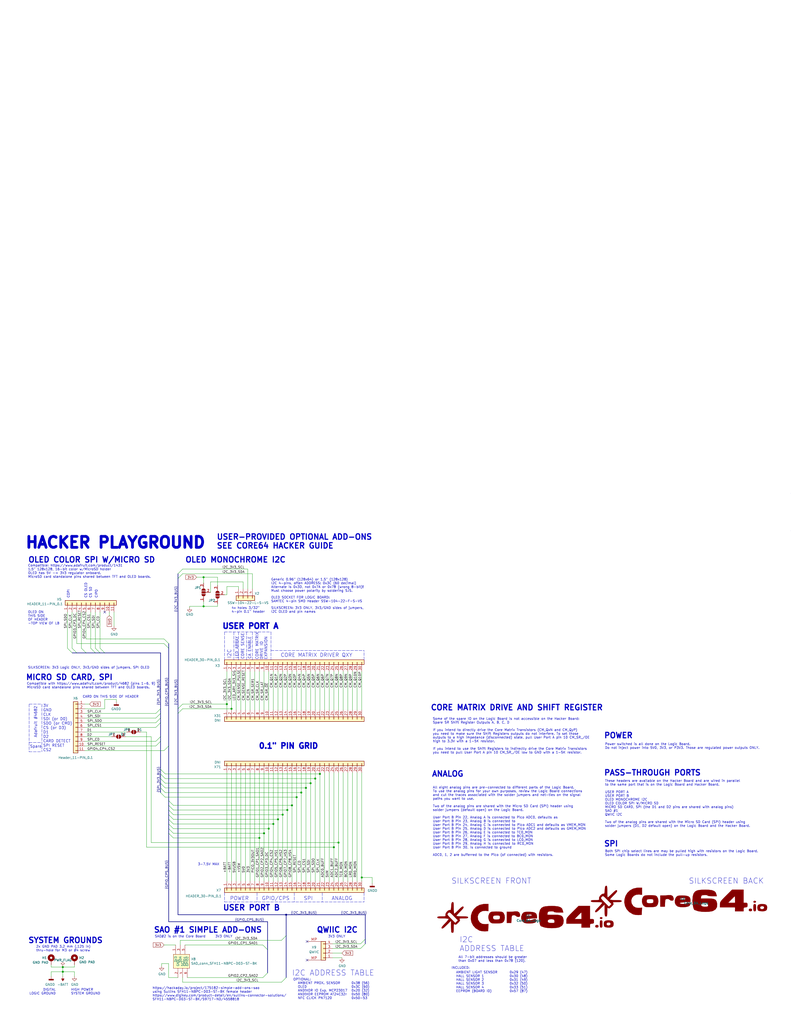
<source format=kicad_sch>
(kicad_sch (version 20211123) (generator eeschema)
  (paper "C" portrait)
  (title_block (title "Core64 Hacker Board (HB)") (date "2023-02-16") (rev "0.1") (company "Concept and design by Andy Geppert @ www.MachineIdeas.com") (comment 1 "Please read the Core64 User Guide for more details.") (comment 2 "Visit www.Core64.io for information on assembly and optional features.") (comment 3 "WIP") (comment 4 "All non-polarized capacitors are X7R or X5R ceramic unless otherwise noted."))
  (lib_symbols
    (symbol "CORE_64_LIBRARY:Connector_QWIIC_4x1_MP" (pin_names (offset 1.016) hide)
      (property "Reference" "J" (at 0 5.08 0))
      (property "Value" "Connector_QWIIC_4x1_MP" (at 0 -7.62 0))
      (symbol "Connector_QWIIC_4x1_MP_1_1"
        (pin passive line (at -5.08 2.54 0) (length 3.81) (name "Pin_1") (number "1"))
        (pin passive line (at -5.08 0 0) (length 3.81) (name "Pin_2") (number "2"))
        (pin passive line (at -5.08 -2.54 0) (length 3.81) (name "Pin_3") (number "3"))
        (pin passive line (at -5.08 -5.08 0) (length 3.81) (name "Pin_4") (number "4"))
        (pin free line (at 8.89 -6.35 180) (length 7.62) (name "MP") (number "MP"))
        (pin free line (at 8.89 3.81 180) (length 7.62) (name "MP") (number "MP"))
      )
    )
    (symbol "CORE_64_LIBRARY:LOGO" (pin_names (offset 1.016)))
    (symbol "CORE_64_LIBRARY:SAO_conn_SFH11-NBPC-D03-ST-BK-badgelife_shitty_addon_v169bis" (pin_names (offset 1.016))
      (property "Reference" "X2" (at 4.5466 -0.0762 0))
      (property "Value" "SAO_conn_SFH11-NBPC-D03-ST-BK-badgelife_shitty_addon_v169bis" (at 4.5466 -2.4384 0))
      (symbol "SAO_conn_SFH11-NBPC-D03-ST-BK-badgelife_shitty_addon_v169bis_1_1"
        (pin input line (at -3.81 7.62 270) (length 5.08) (name "3V3") (number "1"))
        (pin input line (at -2.54 -10.16 90) (length 5.08) (name "GND") (number "2"))
        (pin input line (at -1.27 7.62 270) (length 5.08) (name "SDA") (number "3"))
        (pin input line (at 0 -10.16 90) (length 5.08) (name "SCL") (number "4"))
        (pin input line (at 1.27 7.62 270) (length 5.08) (name "GPIO1") (number "5"))
        (pin input line (at 2.54 -10.16 90) (length 5.08) (name "GPIO2") (number "6"))
      )
    )
    (symbol "CORE_64_LIBRARY:SolderJumper_3_Open-Jumper" (pin_names (offset 0) hide)
      (property "Reference" "JP1" (at -1.27 2.54 90))
      (symbol "SolderJumper_3_Open-Jumper_1_1"
        (pin passive line (at -5.08 0 0) (length 2.54) (name "A") (number "1"))
        (pin input line (at 0 -3.81 90) (length 2.54) (name "C") (number "2"))
        (pin passive line (at 5.08 0 180) (length 2.54) (name "B") (number "3"))
      )
    )
    (symbol "Connector_Generic:Conn_01x04" (pin_names (offset 1.016) hide)
      (property "Reference" "J" (at 0 5.08 0))
      (property "Value" "Conn_01x04" (at 0 -7.62 0))
      (symbol "Conn_01x04_1_1"
        (pin passive line (at -5.08 2.54 0) (length 3.81) (name "Pin_1") (number "1"))
        (pin passive line (at -5.08 0 0) (length 3.81) (name "Pin_2") (number "2"))
        (pin passive line (at -5.08 -2.54 0) (length 3.81) (name "Pin_3") (number "3"))
        (pin passive line (at -5.08 -5.08 0) (length 3.81) (name "Pin_4") (number "4"))
      )
    )
    (symbol "Connector_Generic:Conn_01x11" (pin_names (offset 1.016) hide)
      (property "Reference" "J" (at 0 15.24 0))
      (property "Value" "Conn_01x11" (at 0 -15.24 0))
      (symbol "Conn_01x11_1_1"
        (pin passive line (at -5.08 12.7 0) (length 3.81) (name "Pin_1") (number "1"))
        (pin passive line (at -5.08 -10.16 0) (length 3.81) (name "Pin_10") (number "10"))
        (pin passive line (at -5.08 -12.7 0) (length 3.81) (name "Pin_11") (number "11"))
        (pin passive line (at -5.08 10.16 0) (length 3.81) (name "Pin_2") (number "2"))
        (pin passive line (at -5.08 7.62 0) (length 3.81) (name "Pin_3") (number "3"))
        (pin passive line (at -5.08 5.08 0) (length 3.81) (name "Pin_4") (number "4"))
        (pin passive line (at -5.08 2.54 0) (length 3.81) (name "Pin_5") (number "5"))
        (pin passive line (at -5.08 0 0) (length 3.81) (name "Pin_6") (number "6"))
        (pin passive line (at -5.08 -2.54 0) (length 3.81) (name "Pin_7") (number "7"))
        (pin passive line (at -5.08 -5.08 0) (length 3.81) (name "Pin_8") (number "8"))
        (pin passive line (at -5.08 -7.62 0) (length 3.81) (name "Pin_9") (number "9"))
      )
    )
    (symbol "Connector_Generic:Conn_01x30" (pin_names (offset 1.016) hide)
      (property "Reference" "J" (at 0 38.1 0))
      (property "Value" "Conn_01x30" (at 0 -40.64 0))
      (symbol "Conn_01x30_1_1"
        (pin passive line (at -5.08 35.56 0) (length 3.81) (name "Pin_1") (number "1"))
        (pin passive line (at -5.08 12.7 0) (length 3.81) (name "Pin_10") (number "10"))
        (pin passive line (at -5.08 10.16 0) (length 3.81) (name "Pin_11") (number "11"))
        (pin passive line (at -5.08 7.62 0) (length 3.81) (name "Pin_12") (number "12"))
        (pin passive line (at -5.08 5.08 0) (length 3.81) (name "Pin_13") (number "13"))
        (pin passive line (at -5.08 2.54 0) (length 3.81) (name "Pin_14") (number "14"))
        (pin passive line (at -5.08 0 0) (length 3.81) (name "Pin_15") (number "15"))
        (pin passive line (at -5.08 -2.54 0) (length 3.81) (name "Pin_16") (number "16"))
        (pin passive line (at -5.08 -5.08 0) (length 3.81) (name "Pin_17") (number "17"))
        (pin passive line (at -5.08 -7.62 0) (length 3.81) (name "Pin_18") (number "18"))
        (pin passive line (at -5.08 -10.16 0) (length 3.81) (name "Pin_19") (number "19"))
        (pin passive line (at -5.08 33.02 0) (length 3.81) (name "Pin_2") (number "2"))
        (pin passive line (at -5.08 -12.7 0) (length 3.81) (name "Pin_20") (number "20"))
        (pin passive line (at -5.08 -15.24 0) (length 3.81) (name "Pin_21") (number "21"))
        (pin passive line (at -5.08 -17.78 0) (length 3.81) (name "Pin_22") (number "22"))
        (pin passive line (at -5.08 -20.32 0) (length 3.81) (name "Pin_23") (number "23"))
        (pin passive line (at -5.08 -22.86 0) (length 3.81) (name "Pin_24") (number "24"))
        (pin passive line (at -5.08 -25.4 0) (length 3.81) (name "Pin_25") (number "25"))
        (pin passive line (at -5.08 -27.94 0) (length 3.81) (name "Pin_26") (number "26"))
        (pin passive line (at -5.08 -30.48 0) (length 3.81) (name "Pin_27") (number "27"))
        (pin passive line (at -5.08 -33.02 0) (length 3.81) (name "Pin_28") (number "28"))
        (pin passive line (at -5.08 -35.56 0) (length 3.81) (name "Pin_29") (number "29"))
        (pin passive line (at -5.08 30.48 0) (length 3.81) (name "Pin_3") (number "3"))
        (pin passive line (at -5.08 -38.1 0) (length 3.81) (name "Pin_30") (number "30"))
        (pin passive line (at -5.08 27.94 0) (length 3.81) (name "Pin_4") (number "4"))
        (pin passive line (at -5.08 25.4 0) (length 3.81) (name "Pin_5") (number "5"))
        (pin passive line (at -5.08 22.86 0) (length 3.81) (name "Pin_6") (number "6"))
        (pin passive line (at -5.08 20.32 0) (length 3.81) (name "Pin_7") (number "7"))
        (pin passive line (at -5.08 17.78 0) (length 3.81) (name "Pin_8") (number "8"))
        (pin passive line (at -5.08 15.24 0) (length 3.81) (name "Pin_9") (number "9"))
      )
    )
    (symbol "Jumper:SolderJumper_2_Open" (pin_names (offset 0) hide)
      (property "Reference" "JP" (at 0 2.032 0))
      (property "Value" "SolderJumper_2_Open" (at 0 -2.54 0))
      (symbol "SolderJumper_2_Open_1_1"
        (pin passive line (at -3.81 0 0) (length 2.54) (name "A") (number "1"))
        (pin passive line (at 3.81 0 180) (length 2.54) (name "B") (number "2"))
      )
    )
    (symbol "Mechanical:MountingHole_Pad" (pin_numbers hide) (pin_names (offset 1.016) hide)
      (property "Reference" "H" (at 0 6.35 0))
      (property "Value" "MountingHole_Pad" (at 0 4.445 0))
      (symbol "MountingHole_Pad_1_1"
        (pin input line (at 0 -2.54 90) (length 2.54) (name "1") (number "1"))
      )
    )
    (symbol "power:-BATT" (power) (pin_names (offset 0))
      (property "Value" "-BATT" (at 0 3.556 0))
      (symbol "-BATT_1_1"
        (pin power_in line (at 0 0 90) (length 0) hide (name "-BATT") (number "1"))
      )
    )
    (symbol "power:GND" (power) (pin_names (offset 0))
      (property "Value" "GND" (at 0 -3.81 0))
      (symbol "GND_1_1"
        (pin power_in line (at 0 0 270) (length 0) hide (name "GND") (number "1"))
      )
    )
    (symbol "power:GNDD" (power) (pin_names (offset 0))
      (property "Value" "GNDD" (at 0 -3.175 0))
      (symbol "GNDD_1_1"
        (pin power_in line (at 0 0 270) (length 0) hide (name "GNDD") (number "1"))
      )
    )
    (symbol "power:PWR_FLAG" (power) (pin_numbers hide) (pin_names (offset 0) hide)
      (property "Value" "PWR_FLAG" (at 0 3.81 0))
      (symbol "PWR_FLAG_0_0"
        (pin power_out line (at 0 0 90) (length 0) (name "pwr") (number "1"))
      )
    )
  )
  (bus_alias "CM_TRANSISTOR_DRIVE_BUS" (members "CM_Q1N" "CM_Q1P" "CM_Q2N" "CM_Q2P" "CM_Q3N" "CM_Q3P" "CM_Q4N" "CM_Q4P" "CM_Q5N" "CM_Q5P" "CM_Q6N" "CM_Q6P" "CM_Q7N" "CM_Q7P" "CM_Q8N" "CM_Q8P" "CM_Q9N" "CM_Q9P" "CM_Q10N" "CM_Q10P" "CA_SR_GPO_A" "CA_SR_GPO_B" "CA_SR_GPO_C" "CA_SR_GPO_D"))
  (bus_alias "SPI_3V3_BUS" (members "SPI_CD" "SPI_RESET" "SPI_SDI" "SPI_CS1" "SPI_CLK" "SPI_SDO"))
  (bus_alias "GPIO_CPS_BUS" (members "GPIO1_CP1_SAO1" "GPIO2_CP2_SAO2" "GPIO3_CP3_DC" "GPIO4_CP4_CS2" "GPIO5_CP5_HS1" "GPIO6_CP6_HS2" "GPIO7_CP7_HS3" "GPIO8_CP8_HS4"))
  (bus_alias "I2C_3V3_BUS" (members "I2C_3V3_SCL" "I2C_3V3_SDA"))
  (bus_alias "CA_SHIFT_REGISTER_BUS" (members "CM_SR_CLK" "CM_SR_LAT" "CM_SR_~{OE}" "CM_SR_SER1"))
  (junction (at 156.21 499.11))
  (junction (at 111.125 330.835))
  (junction (at 151.765 447.04))
  (junction (at 182.245 462.28))
  (junction (at 197.485 478.79))
  (junction (at 167.005 429.895))
  (junction (at 159.385 439.42))
  (junction (at 34.29 527.685))
  (junction (at 184.785 459.74))
  (junction (at 144.145 454.66))
  (junction (at 34.29 530.225))
  (junction (at 141.605 457.2))
  (junction (at 111.125 314.96))
  (junction (at 164.465 432.435))
  (junction (at 169.545 427.355))
  (junction (at 172.085 424.815))
  (junction (at 123.825 384.175))
  (junction (at 149.225 449.58))
  (junction (at 154.305 444.5))
  (junction (at 126.365 386.715))
  (junction (at 146.685 452.12))
  (junction (at 156.845 441.96))
  (junction (at 174.625 422.275))
  (junction (at 161.925 434.975))
  (no_connect (at 167.64 523.875))
  (no_connect (at 167.64 513.715))
  (no_connect (at 57.15 334.01))
  (bus_entry (at 94.615 444.5) (size -2.54 -2.54))
  (bus_entry (at 85.09 391.795) (size 2.54 -2.54))
  (bus_entry (at 85.09 394.335) (size 2.54 -2.54))
  (bus_entry (at 85.09 396.875) (size 2.54 -2.54))
  (bus_entry (at 85.09 407.035) (size 2.54 -2.54))
  (bus_entry (at 85.09 389.255) (size 2.54 -2.54))
  (bus_entry (at 90.17 427.355) (size -2.54 -2.54))
  (bus_entry (at 90.17 424.815) (size -2.54 -2.54))
  (bus_entry (at 90.17 434.975) (size -2.54 -2.54))
  (bus_entry (at 90.17 432.435) (size -2.54 -2.54))
  (bus_entry (at 90.17 429.895) (size -2.54 -2.54))
  (bus_entry (at 90.17 422.275) (size -2.54 -2.54))
  (bus_entry (at 49.53 353.695) (size 2.54 2.54))
  (bus_entry (at 39.37 353.695) (size 2.54 2.54))
  (bus_entry (at 99.695 310.515) (size -2.54 2.54))
  (bus_entry (at 99.695 313.055) (size -2.54 2.54))
  (bus_entry (at 153.67 513.08) (size 2.54 -2.54))
  (bus_entry (at 94.615 457.2) (size -2.54 -2.54))
  (bus_entry (at 196.85 514.985) (size 2.54 -2.54))
  (bus_entry (at 196.85 517.525) (size 2.54 -2.54))
  (bus_entry (at 146.05 518.16) (size -2.54 -2.54))
  (bus_entry (at 143.51 533.4) (size 2.54 -2.54))
  (bus_entry (at 44.45 353.695) (size 2.54 2.54))
  (bus_entry (at 94.615 449.58) (size -2.54 -2.54))
  (bus_entry (at 99.695 386.715) (size -2.54 2.54))
  (bus_entry (at 99.695 384.175) (size -2.54 2.54))
  (bus_entry (at 94.615 452.12) (size -2.54 -2.54))
  (bus_entry (at 94.615 441.96) (size -2.54 -2.54))
  (bus_entry (at 153.67 535.94) (size 2.54 -2.54))
  (bus_entry (at 94.615 447.04) (size -2.54 -2.54))
  (bus_entry (at 92.075 407.035) (size -2.54 2.54))
  (bus_entry (at 94.615 454.66) (size -2.54 -2.54))
  (bus_entry (at 36.83 353.695) (size 2.54 2.54))
  (bus_entry (at 52.07 353.695) (size 2.54 2.54))
  (bus_entry (at 89.535 348.615) (size 2.54 2.54))
  (bus_entry (at 89.535 351.155) (size 2.54 2.54))
  (bus_entry (at 54.61 353.695) (size 2.54 2.54))
  (bus_entry (at 94.615 439.42) (size -2.54 -2.54))
  (bus_entry (at 85.09 404.495) (size 2.54 -2.54))
  (polyline (pts (xy 175.895 487.045) (xy 175.895 492.125)))
  (wire (pts (xy 40.64 527.685) (xy 40.64 526.415)))
  (polyline (pts (xy 22.86 384.175) (xy 22.86 410.21)))
  (wire (pts (xy 144.145 454.66) (xy 144.145 480.695)))
  (bus (pts (xy 39.37 356.235) (xy 41.91 356.235)))
  (wire (pts (xy 181.61 522.605) (xy 186.69 522.605)))
  (wire (pts (xy 27.94 530.225) (xy 34.29 530.225)))
  (wire (pts (xy 114.935 323.215) (xy 114.935 317.5)))
  (wire (pts (xy 154.305 421.64) (xy 154.305 444.5)))
  (wire (pts (xy 197.485 366.395) (xy 197.485 387.35)))
  (wire (pts (xy 128.905 421.64) (xy 128.905 480.695)))
  (wire (pts (xy 159.385 439.42) (xy 159.385 480.695)))
  (bus (pts (xy 97.155 389.255) (xy 97.155 499.11)))
  (wire (pts (xy 137.795 321.31) (xy 137.795 313.055)))
  (polyline (pts (xy 130.175 344.805) (xy 130.175 360.045)))
  (wire (pts (xy 90.17 434.975) (xy 161.925 434.975)))
  (wire (pts (xy 94.615 452.12) (xy 146.685 452.12)))
  (wire (pts (xy 156.845 421.64) (xy 156.845 441.96)))
  (polyline (pts (xy 160.655 487.045) (xy 160.655 492.125)))
  (wire (pts (xy 184.785 387.35) (xy 184.785 366.395)))
  (wire (pts (xy 156.845 441.96) (xy 156.845 480.695)))
  (bus (pts (xy 156.21 499.11) (xy 199.39 499.11)))
  (bus (pts (xy 41.91 356.235) (xy 46.99 356.235)))
  (wire (pts (xy 34.29 527.685) (xy 40.64 527.685)))
  (wire (pts (xy 181.61 514.985) (xy 196.85 514.985)))
  (wire (pts (xy 59.69 335.915) (xy 59.69 334.01)))
  (wire (pts (xy 161.925 434.975) (xy 161.925 480.695)))
  (wire (pts (xy 100.965 515.62) (xy 143.51 515.62)))
  (wire (pts (xy 40.64 532.765) (xy 40.64 530.225)))
  (polyline (pts (xy 140.335 487.045) (xy 140.335 492.125)))
  (wire (pts (xy 94.615 447.04) (xy 151.765 447.04)))
  (wire (pts (xy 80.01 462.28) (xy 182.245 462.28)))
  (wire (pts (xy 52.07 353.695) (xy 52.07 334.01)))
  (wire (pts (xy 194.945 387.35) (xy 194.945 366.395)))
  (wire (pts (xy 80.01 399.415) (xy 80.01 462.28)))
  (wire (pts (xy 94.615 457.2) (xy 141.605 457.2)))
  (wire (pts (xy 39.37 353.695) (xy 39.37 334.01)))
  (polyline (pts (xy 583.565 289.56) (xy 1015.365 289.56)))
  (bus (pts (xy 87.63 427.355) (xy 87.63 429.895)))
  (wire (pts (xy 34.29 530.225) (xy 40.64 530.225)))
  (wire (pts (xy 62.23 341.63) (xy 62.23 334.01)))
  (bus (pts (xy 92.075 447.04) (xy 92.075 444.5)))
  (polyline (pts (xy 799.465 279.4) (xy 799.465 558.8)))
  (bus (pts (xy 156.21 499.11) (xy 97.155 499.11)))
  (bus (pts (xy 87.63 389.255) (xy 87.63 391.795)))
  (bus (pts (xy 92.075 439.42) (xy 92.075 441.96)))
  (wire (pts (xy 132.715 317.5) (xy 132.715 321.31)))
  (wire (pts (xy 34.29 527.685) (xy 27.94 527.685)))
  (wire (pts (xy 169.545 366.395) (xy 169.545 387.35)))
  (wire (pts (xy 151.765 421.64) (xy 151.765 447.04)))
  (wire (pts (xy 146.685 452.12) (xy 146.685 480.695)))
  (wire (pts (xy 94.615 441.96) (xy 156.845 441.96)))
  (wire (pts (xy 44.45 353.695) (xy 44.45 334.01)))
  (wire (pts (xy 46.355 404.495) (xy 85.09 404.495)))
  (bus (pts (xy 92.075 454.66) (xy 92.075 502.92)))
  (wire (pts (xy 159.385 366.395) (xy 159.385 387.35)))
  (polyline (pts (xy 147.955 354.965) (xy 198.755 354.965)))
  (wire (pts (xy 90.17 429.895) (xy 167.005 429.895)))
  (polyline (pts (xy 583.565 269.24) (xy 1015.365 269.24)))
  (polyline (pts (xy 147.955 344.805) (xy 147.955 360.045)))
  (wire (pts (xy 182.245 462.28) (xy 182.245 480.695)))
  (wire (pts (xy 103.505 331.47) (xy 103.505 330.835)))
  (wire (pts (xy 46.99 348.615) (xy 89.535 348.615)))
  (wire (pts (xy 164.465 366.395) (xy 164.465 387.35)))
  (wire (pts (xy 151.765 447.04) (xy 151.765 480.695)))
  (bus (pts (xy 87.63 422.275) (xy 87.63 424.815)))
  (wire (pts (xy 85.09 389.255) (xy 46.355 389.255)))
  (bus (pts (xy 92.075 454.66) (xy 92.075 452.12)))
  (wire (pts (xy 94.615 444.5) (xy 154.305 444.5)))
  (wire (pts (xy 167.005 429.895) (xy 167.005 480.695)))
  (wire (pts (xy 135.255 310.515) (xy 135.255 321.31)))
  (wire (pts (xy 203.2 478.79) (xy 203.2 481.965)))
  (bus (pts (xy 46.99 356.235) (xy 52.07 356.235)))
  (wire (pts (xy 154.305 366.395) (xy 154.305 387.35)))
  (wire (pts (xy 90.17 427.355) (xy 169.545 427.355)))
  (wire (pts (xy 159.385 421.64) (xy 159.385 439.42)))
  (wire (pts (xy 172.085 424.815) (xy 172.085 480.695)))
  (wire (pts (xy 167.005 421.64) (xy 167.005 429.895)))
  (wire (pts (xy 161.925 421.64) (xy 161.925 434.975)))
  (bus (pts (xy 87.63 404.495) (xy 87.63 419.735)))
  (wire (pts (xy 63.5 381.635) (xy 57.15 381.635)))
  (wire (pts (xy 57.15 381.635) (xy 57.15 386.715)))
  (wire (pts (xy 76.835 399.415) (xy 80.01 399.415)))
  (wire (pts (xy 136.525 421.64) (xy 136.525 480.695)))
  (wire (pts (xy 194.945 421.64) (xy 194.945 480.695)))
  (wire (pts (xy 174.625 421.64) (xy 174.625 422.275)))
  (bus (pts (xy 54.61 356.235) (xy 57.15 356.235)))
  (wire (pts (xy 41.91 334.01) (xy 41.91 351.155)))
  (wire (pts (xy 164.465 432.435) (xy 164.465 480.695)))
  (wire (pts (xy 133.985 387.35) (xy 133.985 366.395)))
  (polyline (pts (xy 799.465 0) (xy 799.465 279.4)))
  (wire (pts (xy 177.165 387.35) (xy 177.165 366.395)))
  (wire (pts (xy 130.175 320.04) (xy 130.175 321.31)))
  (wire (pts (xy 46.355 401.955) (xy 60.96 401.955)))
  (wire (pts (xy 34.29 530.225) (xy 34.29 532.765)))
  (wire (pts (xy 99.695 535.94) (xy 99.695 533.4)))
  (wire (pts (xy 149.225 366.395) (xy 149.225 387.35)))
  (wire (pts (xy 181.61 520.065) (xy 186.69 520.065)))
  (polyline (pts (xy 789.305 279.4) (xy 789.305 558.8)))
  (wire (pts (xy 27.94 526.415) (xy 27.94 527.685)))
  (bus (pts (xy 199.39 512.445) (xy 199.39 514.985)))
  (wire (pts (xy 184.785 459.74) (xy 184.785 480.695)))
  (wire (pts (xy 90.17 432.435) (xy 164.465 432.435)))
  (wire (pts (xy 111.125 314.96) (xy 118.745 314.96)))
  (wire (pts (xy 123.825 421.64) (xy 123.825 480.695)))
  (bus (pts (xy 92.075 436.88) (xy 92.075 439.42)))
  (wire (pts (xy 187.325 387.35) (xy 187.325 366.395)))
  (wire (pts (xy 54.61 334.01) (xy 54.61 353.695)))
  (wire (pts (xy 92.075 533.4) (xy 97.155 533.4)))
  (wire (pts (xy 156.845 366.395) (xy 156.845 387.35)))
  (bus (pts (xy 92.075 351.155) (xy 92.075 353.695)))
  (wire (pts (xy 146.685 366.395) (xy 146.685 387.35)))
  (wire (pts (xy 189.865 421.64) (xy 189.865 480.695)))
  (polyline (pts (xy 799.465 279.4) (xy 583.565 279.4)))
  (wire (pts (xy 136.525 366.395) (xy 136.525 387.35)))
  (polyline (pts (xy 22.225 384.175) (xy 15.875 384.175)))
  (wire (pts (xy 139.065 421.64) (xy 139.065 480.695)))
  (wire (pts (xy 99.695 384.175) (xy 123.825 384.175)))
  (bus (pts (xy 92.075 449.58) (xy 92.075 447.04)))
  (bus (pts (xy 87.63 391.795) (xy 87.63 394.335)))
  (wire (pts (xy 187.325 421.64) (xy 187.325 480.695)))
  (wire (pts (xy 88.265 527.05) (xy 88.265 525.78)))
  (wire (pts (xy 57.15 386.715) (xy 46.355 386.715)))
  (wire (pts (xy 192.405 421.64) (xy 192.405 480.695)))
  (wire (pts (xy 94.615 449.58) (xy 149.225 449.58)))
  (bus (pts (xy 92.075 452.12) (xy 92.075 449.58)))
  (polyline (pts (xy 15.875 410.21) (xy 22.225 410.21)))
  (wire (pts (xy 169.545 427.355) (xy 169.545 480.695)))
  (wire (pts (xy 99.695 535.94) (xy 153.67 535.94)))
  (wire (pts (xy 41.91 351.155) (xy 89.535 351.155)))
  (bus (pts (xy 97.155 313.055) (xy 97.155 315.595)))
  (wire (pts (xy 123.825 366.395) (xy 123.825 384.175)))
  (wire (pts (xy 103.505 330.835) (xy 111.125 330.835)))
  (wire (pts (xy 141.605 457.2) (xy 141.605 480.695)))
  (wire (pts (xy 177.165 421.64) (xy 177.165 480.695)))
  (wire (pts (xy 181.61 517.525) (xy 196.85 517.525)))
  (bus (pts (xy 87.63 424.815) (xy 87.63 427.355)))
  (wire (pts (xy 133.985 421.64) (xy 133.985 480.695)))
  (wire (pts (xy 184.785 421.64) (xy 184.785 459.74)))
  (wire (pts (xy 167.005 366.395) (xy 167.005 387.35)))
  (wire (pts (xy 88.265 525.78) (xy 92.075 525.78)))
  (wire (pts (xy 192.405 387.35) (xy 192.405 366.395)))
  (wire (pts (xy 197.485 478.79) (xy 203.2 478.79)))
  (wire (pts (xy 172.085 366.395) (xy 172.085 387.35)))
  (wire (pts (xy 85.09 391.795) (xy 46.355 391.795)))
  (wire (pts (xy 182.245 421.64) (xy 182.245 462.28)))
  (wire (pts (xy 184.785 459.74) (xy 82.55 459.74)))
  (wire (pts (xy 182.245 387.35) (xy 182.245 366.395)))
  (wire (pts (xy 131.445 366.395) (xy 131.445 387.35)))
  (wire (pts (xy 46.355 409.575) (xy 89.535 409.575)))
  (wire (pts (xy 123.825 320.04) (xy 130.175 320.04)))
  (wire (pts (xy 197.485 421.64) (xy 197.485 478.79)))
  (bus (pts (xy 87.63 386.715) (xy 87.63 389.255)))
  (wire (pts (xy 118.745 314.96) (xy 118.745 319.405)))
  (wire (pts (xy 122.555 324.485) (xy 123.825 324.485)))
  (wire (pts (xy 137.795 313.055) (xy 99.695 313.055)))
  (wire (pts (xy 85.09 396.875) (xy 46.355 396.875)))
  (wire (pts (xy 154.305 444.5) (xy 154.305 480.695)))
  (bus (pts (xy 87.63 394.335) (xy 87.63 401.955)))
  (wire (pts (xy 131.445 421.64) (xy 131.445 480.695)))
  (polyline (pts (xy 127.635 344.805) (xy 127.635 360.045)))
  (bus (pts (xy 87.63 429.895) (xy 87.63 432.435)))
  (bus (pts (xy 87.63 419.735) (xy 87.63 422.275)))
  (polyline (pts (xy 809.625 279.4) (xy 809.625 558.8)))
  (wire (pts (xy 189.865 387.35) (xy 189.865 366.395)))
  (wire (pts (xy 99.695 386.715) (xy 126.365 386.715)))
  (polyline (pts (xy 122.555 492.125) (xy 198.755 492.125)))
  (wire (pts (xy 174.625 422.275) (xy 174.625 480.695)))
  (wire (pts (xy 82.55 459.74) (xy 82.55 401.955)))
  (wire (pts (xy 111.125 330.835) (xy 118.745 330.835)))
  (bus (pts (xy 97.155 315.595) (xy 97.155 386.715)))
  (bus (pts (xy 92.075 502.92) (xy 146.05 502.92)))
  (wire (pts (xy 179.705 387.35) (xy 179.705 366.395)))
  (bus (pts (xy 156.21 499.11) (xy 156.21 510.54)))
  (polyline (pts (xy 789.305 0) (xy 789.305 279.4)))
  (wire (pts (xy 149.225 449.58) (xy 149.225 480.695)))
  (wire (pts (xy 94.615 454.66) (xy 144.145 454.66)))
  (polyline (pts (xy 15.875 405.13) (xy 15.875 410.21)))
  (polyline (pts (xy 198.755 487.045) (xy 198.755 492.125)))
  (polyline (pts (xy 431.8 289.56) (xy 584.2 289.56)))
  (wire (pts (xy 123.825 384.175) (xy 123.825 387.35)))
  (bus (pts (xy 87.63 356.235) (xy 87.63 386.715)))
  (polyline (pts (xy 137.795 344.805) (xy 137.795 360.045)))
  (wire (pts (xy 118.745 330.835) (xy 118.745 329.565)))
  (polyline (pts (xy 122.555 344.805) (xy 147.955 344.805)))
  (wire (pts (xy 151.765 366.395) (xy 151.765 387.35)))
  (wire (pts (xy 111.125 314.96) (xy 111.125 318.135)))
  (wire (pts (xy 111.125 314.96) (xy 107.315 314.96)))
  (bus (pts (xy 199.39 499.11) (xy 199.39 512.445)))
  (wire (pts (xy 144.145 366.395) (xy 144.145 387.35)))
  (wire (pts (xy 111.125 328.295) (xy 111.125 330.835)))
  (wire (pts (xy 128.905 366.395) (xy 128.905 387.35)))
  (wire (pts (xy 172.085 421.64) (xy 172.085 424.815)))
  (wire (pts (xy 34.29 527.685) (xy 34.29 530.225)))
  (polyline (pts (xy 134.62 344.805) (xy 134.62 360.045)))
  (polyline (pts (xy 431.8 269.24) (xy 584.2 269.24)))
  (wire (pts (xy 49.53 334.01) (xy 49.53 353.695)))
  (wire (pts (xy 98.425 513.08) (xy 98.425 515.62)))
  (bus (pts (xy 92.075 444.5) (xy 92.075 441.96)))
  (wire (pts (xy 141.605 366.395) (xy 141.605 387.35)))
  (polyline (pts (xy 198.755 360.045) (xy 198.755 354.965)))
  (wire (pts (xy 144.145 421.64) (xy 144.145 454.66)))
  (wire (pts (xy 92.075 525.78) (xy 92.075 533.4)))
  (wire (pts (xy 141.605 421.64) (xy 141.605 457.2)))
  (bus (pts (xy 52.07 356.235) (xy 54.61 356.235)))
  (bus (pts (xy 87.63 401.955) (xy 87.63 404.495)))
  (polyline (pts (xy 122.555 487.045) (xy 122.555 492.125)))
  (wire (pts (xy 126.365 366.395) (xy 126.365 386.715)))
  (wire (pts (xy 27.94 530.225) (xy 27.94 532.765)))
  (wire (pts (xy 126.365 421.64) (xy 126.365 480.695)))
  (wire (pts (xy 90.17 422.275) (xy 174.625 422.275)))
  (wire (pts (xy 197.485 478.79) (xy 197.485 480.695)))
  (wire (pts (xy 135.255 310.515) (xy 99.695 310.515)))
  (wire (pts (xy 123.825 324.485) (xy 123.825 320.04)))
  (wire (pts (xy 146.685 421.64) (xy 146.685 452.12)))
  (bus (pts (xy 92.075 353.695) (xy 92.075 407.035)))
  (wire (pts (xy 98.425 513.08) (xy 153.67 513.08)))
  (wire (pts (xy 174.625 387.35) (xy 174.625 366.395)))
  (wire (pts (xy 179.705 421.64) (xy 179.705 480.695)))
  (wire (pts (xy 89.535 515.62) (xy 95.885 515.62)))
  (wire (pts (xy 36.83 353.695) (xy 36.83 334.01)))
  (polyline (pts (xy 122.555 344.805) (xy 122.555 360.045)))
  (wire (pts (xy 46.99 334.01) (xy 46.99 348.615)))
  (wire (pts (xy 164.465 421.64) (xy 164.465 432.435)))
  (wire (pts (xy 68.58 401.955) (xy 82.55 401.955)))
  (bus (pts (xy 97.155 386.715) (xy 97.155 389.255)))
  (wire (pts (xy 149.225 421.64) (xy 149.225 449.58)))
  (wire (pts (xy 139.065 366.395) (xy 139.065 387.35)))
  (bus (pts (xy 92.075 407.035) (xy 92.075 436.88)))
  (wire (pts (xy 161.925 366.395) (xy 161.925 387.35)))
  (bus (pts (xy 146.05 518.16) (xy 146.05 502.92)))
  (polyline (pts (xy 809.625 0) (xy 809.625 279.4)))
  (polyline (pts (xy 15.875 384.175) (xy 15.875 405.13)))
  (wire (pts (xy 169.545 421.64) (xy 169.545 427.355)))
  (wire (pts (xy 90.17 424.815) (xy 172.085 424.815)))
  (wire (pts (xy 94.615 439.42) (xy 159.385 439.42)))
  (polyline (pts (xy 799.211 279.4) (xy 1015.365 279.4)))
  (wire (pts (xy 102.235 533.4) (xy 143.51 533.4)))
  (wire (pts (xy 114.935 317.5) (xy 132.715 317.5)))
  (wire (pts (xy 63.5 382.905) (xy 63.5 381.635)))
  (bus (pts (xy 57.15 356.235) (xy 87.63 356.235)))
  (wire (pts (xy 85.09 394.335) (xy 46.355 394.335)))
  (wire (pts (xy 46.355 384.175) (xy 48.895 384.175)))
  (bus (pts (xy 156.21 510.54) (xy 156.21 533.4)))
  (wire (pts (xy 85.09 407.035) (xy 46.355 407.035)))
  (wire (pts (xy 46.355 399.415) (xy 69.215 399.415)))
  (wire (pts (xy 126.365 386.715) (xy 126.365 387.35)))
  (bus (pts (xy 146.05 530.86) (xy 146.05 518.16)))
  (polyline (pts (xy 15.875 405.13) (xy 22.225 405.13)))
  (text "SILKSCREEN FRONT" (at 246.38 482.6 0) (effects (font (size 2.9972 2.9972)) (justify left bottom)))
  (text "AMBIENT PROX. SENSOR\nOLED\nAND!XOR IO Exp. MCP23017\nAND!XOR EEPROM AT24C32r\nNFC CLICK PN7120\n" (at 162.56 545.465 0) (effects (font (size 1.27 1.27)) (justify left bottom)))
  (text "SPI" (at 329.565 462.28 0) (effects (font (size 3 3) (thickness 0.6) bold) (justify left bottom)))
  (text "USER PORT A" (at 152.4 343.535 180) (effects (font (size 3 3) (thickness 0.7976) bold) (justify right bottom)))
  (text "https://hackaday.io/project/175182-simple-add-ons-sao\nusing Sullins SFH11-NBPC-D03-ST-BK female header\nhttps://www.digikey.com/product-detail/en/sullins-connector-solutions/\nSFH11-NBPC-D03-ST-BK/S9717-ND/4558818" (at 83.185 546.1 0) (effects (font (size 1.27 1.27)) (justify left bottom)))
  (text "SAO #1 SIMPLE ADD-ONS" (at 83.82 509.27 0) (effects (font (size 3 3) (thickness 0.6) bold) (justify left bottom)))
  (text "COPI" (at 38.1 326.39 90) (effects (font (size 1.27 1.27)) (justify left bottom)))
  (text "Both SPI chip select lines are may be pulled high with resistors on the Logic Board.\nSome Logic Boards do not include the pull-up resistors." (at 330.2 467.36 0) (effects (font (size 1.27 1.27)) (justify left bottom)))
  (text "0x29 (47)\n0x30 (48)\n0x31 (49)\n0x32 (50)\n0x33 (51)\n0x57 (87)" (at 278.13 541.655 0) (effects (font (size 1.27 1.27)) (justify left bottom)))
  (text "These headers are available on the Hacker Board and are wired in parallel\nto the same port that is on the Logic Board and Hacker Board.\n\nUSER PORT A\nUSER PORT B\nOLED MONOCHROME I2C\nOLED COLOR SPI W/MICRO SD\nMICRO SD CARD, SPI (the D1 and D2 pins are shared with analog pins)\nSAO #1\nQWIIC I2C\n\nTwo of the analog pins are shared with the Micro SD Card (SPI) header using\nsolder jumpers (D1, D2 default open) on the Logic Board and the Hacker Board. " (at 330.2 451.485 0) (effects (font (size 1.27 1.27)) (justify left bottom)))
  (text "POWER" (at 135.89 491.49 180) (effects (font (size 2 2)) (justify right bottom)))
  (text "ANALOG" (at 235.585 424.18 0) (effects (font (size 3 3) (thickness 0.6) bold) (justify left bottom)))
  (text "POWER" (at 329.565 403.225 0) (effects (font (size 3 3) (thickness 0.6) bold) (justify left bottom)))
  (text "ANALOG" (at 192.405 491.49 180) (effects (font (size 2 2)) (justify right bottom)))
  (text "OLED COLOR SPI W/MICRO SD" (at 15.24 307.34 0) (effects (font (size 3 3) (thickness 0.6) bold) (justify left bottom)))
  (text "Adafruit #4682" (at 20.32 402.59 90) (effects (font (size 1.4986 1.4986)) (justify left bottom)))
  (text "SILKSCREEN: 3V3 Logic ONLY, 3V3/GND sides of jumpers, SPI OLED" (at 15.24 365.125 0) (effects (font (size 1.27 1.27)) (justify left bottom)))
  (text "Compatible with https://www.adafruit.com/product/4682 (pins 1-6, 9)\nMicroSD card standalone pins shared between TFT and OLED boards." (at 14.605 375.92 0) (effects (font (size 1.27 1.27)) (justify left bottom)))
  (text "AMBIENT LIGHT SENSOR\nHALL SENSOR 1\nHALL SENSOR 2\nHALL SENSOR 3\nHALL SENSOR 4\nEEPROM (BOARD ID)" (at 248.92 541.655 0) (effects (font (size 1.27 1.27)) (justify left bottom)))
  (text "CS OLED" (at 47.625 326.39 90) (effects (font (size 1.27 1.27)) (justify left bottom)))
  (text "CIPO" (at 53.34 326.39 90) (effects (font (size 1.27 1.27)) (justify left bottom)))
  (text "Compatible: https://www.adafruit.com/product/1431\n1.5” 128x128, 16-bit color w/MicroSD holder\nOLED has 5V -> 3V3 regulator onboard.\nMicroSD card standalone pins shared between TFT and OLED boards." (at 15.24 315.595 0) (effects (font (size 1.27 1.27)) (justify left bottom)))
  (text "HACKER PLAYGROUND" (at 13.335 299.72 0) (effects (font (size 6 6) (thickness 1.6) bold) (justify left bottom)))
  (text "3-7.5V MAX" (at 107.95 472.44 0) (effects (font (size 1.27 1.27)) (justify left bottom)))
  (text "SILKSCREEN: 3V3 ONLY, 3V3/GND sides of jumpers,\nI2C OLED and pin names" (at 147.955 334.645 0) (effects (font (size 1.27 1.27)) (justify left bottom)))
  (text "CORE MATRIX DRIVER QXY" (at 192.405 358.775 180) (effects (font (size 2 2)) (justify right bottom)))
  (text "I2C \nADDRESS TABLE" (at 250.825 519.43 0) (effects (font (size 2.9972 2.9972)) (justify left bottom)))
  (text "OLED ON\nTHIS SIDE\nOF HEADER\n-TOP VIEW OF LB" (at 15.24 340.995 0) (effects (font (size 1.27 1.27)) (justify left bottom)))
  (text "2x GND PAD 3.2 mm (.125 in) \nthru-hole for M3 or #4 screw" (at 19.685 519.43 0) (effects (font (size 1.27 1.27)) (justify left bottom)))
  (text "Generic 0.96” (128x64) or 1.5” (128x128)\nI2C 4-pins, often ADDRESS: 0x3C (60 decimal)\nAlternate is 0x3D, not 0x7A or 0x78 (wrong 8-bit)!\nMust choose power polarity by soldering SJS." (at 147.955 323.215 0) (effects (font (size 1.27 1.27)) (justify left bottom)))
  (text "0.1\" PIN GRID" (at 173.99 408.94 180) (effects (font (size 3 3) (thickness 0.7976) bold) (justify right bottom)))
  (text "CORE MATRIX\nDRIVE IO\nEXPANSION" (at 146.05 360.045 90) (effects (font (size 1.5 1.5)) (justify left bottom)))
  (text "USER-PROVIDED OPTIONAL ADD-ONS\nSEE CORE64 HACKER GUIDE" (at 118.11 299.72 0) (effects (font (size 3 3) (thickness 0.5994) bold) (justify left bottom)))
  (text "CA ENABLE" (at 137.16 347.345 270) (effects (font (size 1.5 1.5)) (justify right bottom)))
  (text "GPIO/CPS" (at 158.115 491.49 180) (effects (font (size 2 2)) (justify right bottom)))
  (text "SYSTEM GROUNDS" (at 15.24 514.985 0) (effects (font (size 3 3) (thickness 0.6) bold) (justify left bottom)))
  (text "SPI" (at 170.815 491.49 180) (effects (font (size 2 2)) (justify right bottom)))
  (text "LED ARRAY" (at 130.175 347.345 270) (effects (font (size 1.5 1.5)) (justify right bottom)))
  (text "CARD ON THIS SIDE OF HEADER" (at 45.085 381 0) (effects (font (size 1.27 1.27)) (justify left bottom)))
  (text "MICRO SD CARD, SPI" (at 13.97 371.475 0) (effects (font (size 3 3) (thickness 0.6) bold) (justify left bottom)))
  (text "Some of the spare IO on the Logic Board is not accessible on the Hacker Board:\nSpare SR Shift Register Outputs A, B, C, D\n\nIf you intend to directly drive the Core Matrix Transistors (CM_QxN and CM_QyP)\nyou need to make sure the Shift Registers outputs do not interfere. To set those\noutputs to a high impedance (disconnected) state, pull User Port A pin 10 CM_SR_/OE\nhigh to 3.3V with a 1-5K resistor.\n\nIf you intend to use the Shift Registers to indirectly drive the Core Matrix Transistors\nyou need to pull User Port A pin 10 CM_SR_/OE low to GND with a 1-5K resistor.\n" (at 236.22 411.48 0) (effects (font (size 1.27 1.27)) (justify left bottom)))
  (text "USER PORT B" (at 153.035 497.205 180) (effects (font (size 3 3) (thickness 0.6) bold) (justify right bottom)))
  (text "Spare" (at 22.86 408.305 180) (effects (font (size 1.4986 1.4986)) (justify right bottom)))
  (text "HIGH POWER\nSYSTEM GROUND" (at 38.735 542.925 0) (effects (font (size 1.27 1.27)) (justify left bottom)))
  (text "CORE MATRIX DRIVE AND SHIFT REGISTER" (at 234.95 387.985 0) (effects (font (size 3 3) (thickness 0.6) bold) (justify left bottom)))
  (text "4x holes 3/32” \n4-pin 0.1” header" (at 126.365 334.645 0) (effects (font (size 1.27 1.27)) (justify left bottom)))
  (text "I2C ADDRESS TABLE" (at 159.385 532.765 0) (effects (font (size 2.9972 2.9972)) (justify left bottom)))
  (text "3V\nGND\nCLK\nSDI (or D0)\nSDO (or CMD)\nCS (or D3)\nD1\nD2\nCARD DETECT\nSPI RESET\nCS2" (at 23.495 410.21 0) (effects (font (size 1.4986 1.4986)) (justify left bottom)))
  (text "3V3 ONLY" (at 179.07 511.81 0) (effects (font (size 1.27 1.27)) (justify left bottom)))
  (text "CS SD" (at 50.165 326.39 90) (effects (font (size 1.27 1.27)) (justify left bottom)))
  (text "SAO#2 is on the Core Board" (at 84.455 511.81 0) (effects (font (size 1.27 1.27)) (justify left bottom)))
  (text "OLED SOCKET FOR LOGIC BOARD:\nSAMTEC 4-pin SMD Header SSW-104-22-F-S-VS" (at 147.955 328.93 0) (effects (font (size 1.27 1.27)) (justify left bottom)))
  (text "All eight analog pins are pre-connected to different parts of the Logic Board.\nTo use the analog pins for your own purposes, review the Logic Board connections\nand cut the traces associated with the solder jumpers and net-ties on the signal\npaths you want to use.\n\nTwo of the analog pins are shared with the Micro SD Card (SPI) header using\nsolder jumpers (default open) on the Logic Board.\n\nUser Port B Pin 22, Analog A is connected to Pico ADC0, defaults as\nUser Port B Pin 23, Analog B is connected to \nUser Port B Pin 24, Analog C is connected to Pico ADC1 and defaults as VMEM_MON\nUser Port B Pin 25, Analog D is connected to Pico ADC2 and defaults as GMEM_MON\nUser Port B Pin 26, Analog E is connected to TC0_MON\nUser Port B Pin 27, Analog F is connected to BC0_MON\nUser Port B Pin 28, Analog G is connected to LC0_MON\nUser Port B Pin 29, Analog H is connected to RC0_MON\nUser Port B Pin 30, is connected to ground\n\nADC0, 1, 2 are bufferred to the Pico (of connected) with resistors.\n" (at 236.22 467.36 0) (effects (font (size 1.27 1.27)) (justify left bottom)))
  (text "3V3 ONLY" (at 117.475 511.81 0) (effects (font (size 1.27 1.27)) (justify left bottom)))
  (text "PASS-THROUGH PORTS" (at 329.565 423.545 0) (effects (font (size 3 3) (thickness 0.6) bold) (justify left bottom)))
  (text "0x38 (56)\n0x3C (60)\n0x20 (32)\n0x50 (80)\n0x50-53" (at 191.77 545.465 0) (effects (font (size 1.27 1.27)) (justify left bottom)))
  (text "QWIIC I2C" (at 172.72 509.27 0) (effects (font (size 3 3) (thickness 0.6) bold) (justify left bottom)))
  (text "OPTIONAL:" (at 160.02 535.305 0) (effects (font (size 1.27 1.27)) (justify left bottom)))
  (text "I2C" (at 126.365 354.33 270) (effects (font (size 2 2)) (justify right bottom)))
  (text "SILKSCREEN BACK" (at 375.92 482.6 0) (effects (font (size 2.9972 2.9972)) (justify left bottom)))
  (text "INCLUDED:" (at 246.38 528.955 0) (effects (font (size 1.27 1.27)) (justify left bottom)))
  (text "OLED MONOCHROME I2C" (at 100.965 307.34 0) (effects (font (size 3 3) (thickness 0.6) bold) (justify left bottom)))
  (text "Power switched is all done on the Logic Board.\nDo not inject power into 5V0, 3V3, or P3V3. Those are regulated power outputs ONLY.\n" (at 330.2 408.94 0) (effects (font (size 1.27 1.27)) (justify left bottom)))
  (text "DIGITAL\nLOGIC GROUND" (at 30.48 542.925 180) (effects (font (size 1.27 1.27)) (justify right bottom)))
  (text "CORE SENSE" (at 133.35 345.44 270) (effects (font (size 1.5 1.5)) (justify right bottom)))
  (text "All 7-bit addresses should be greater\nthan 0x07 and less than 0x78 (120)." (at 250.19 525.145 0) (effects (font (size 1.27 1.27)) (justify left bottom)))
  (label "GPIO1_CP1_SAO1" (at 124.46 515.62 0))
  (label "I2C_3V3_SDA" (at 115.57 386.715 180))
  (label "CM_Q9P" (at 192.405 375.285 90))
  (label "5VM" (at 179.705 478.79 90))
  (label "SPI_CS1" (at 49.53 342.9 90))
  (label "{I2C_3V3_BUS}" (at 158.75 499.11 0))
  (label "{I2C_3V3_BUS}" (at 97.155 334.01 90))
  (label "{SPI_3V3_BUS}" (at 87.63 432.435 90))
  (label "{I2C_3V3_BUS}" (at 186.055 499.11 0))
  (label "PICO_3V3OUT" (at 139.065 476.25 90))
  (label "SPI_CD" (at 47.625 404.495 0))
  (label "CM_Q8N" (at 184.785 375.285 90))
  (label "ADC2_BUFF" (at 184.785 478.79 90))
  (label "TC0_MON" (at 187.325 478.79 90))
  (label "CM_Q5N" (at 169.545 375.285 90))
  (label "5V0" (at 133.985 476.25 90))
  (label "CM_Q4P" (at 167.005 375.285 90))
  (label "SPI_RESET" (at 161.925 476.25 90))
  (label "SPI_CD" (at 164.465 476.25 90))
  (label "SPI_CS1" (at 167.005 476.25 90))
  (label "CM_Q9N" (at 189.865 375.285 90))
  (label "GPIO3_CP3_DC" (at 41.91 348.615 90))
  (label "SPI_SDO" (at 36.83 342.9 90))
  (label "CM_Q2N" (at 154.305 375.285 90))
  (label "CM_Q1N" (at 149.225 375.285 90))
  (label "CM_Q2P" (at 156.845 375.285 90))
  (label "SPI_RESET" (at 47.625 407.035 0))
  (label "RR0_MON" (at 194.945 478.79 90))
  (label "+VSW" (at 131.445 476.25 90))
  (label "3V3" (at 136.525 476.25 90))
  (label "CM_SENSE_RESET" (at 133.985 382.27 90))
  (label "SPI_SDI" (at 169.545 476.25 90))
  (label "CM_Q3N" (at 159.385 375.285 90))
  (label "CM_Q10N" (at 194.945 375.285 90))
  (label "GPIO4_CP4_CS2" (at 149.225 478.79 90))
  (label "SPI_RESET" (at 44.45 342.9 90))
  (label "I2C_3V3_SDA" (at 128.27 513.08 0))
  (label "-BATT" (at 126.365 476.25 90))
  (label "5VUSB" (at 128.905 476.25 90))
  (label "{I2C_3V3_BUS}" (at 97.155 384.81 90))
  (label "SPI_SDO" (at 47.625 394.335 0))
  (label "LED_ARY_3V3_SIG" (at 128.905 382.27 90))
  (label "GPIO2_CP2_SAO2" (at 144.145 478.79 90))
  (label "CM_SR_CLK" (at 141.605 382.27 90))
  (label "CM_Q5P" (at 172.085 375.285 90))
  (label "I2C_3V3_SCL" (at 103.505 384.175 0))
  (label "GPIO6_CP6_HS2" (at 154.305 478.79 90))
  (label "{SPI_3V3_BUS}" (at 87.63 384.81 90))
  (label "I2C_3V3_SCL" (at 182.88 514.985 0))
  (label "D1" (at 50.165 399.415 180))
  (label "SPI_CLK" (at 39.37 342.9 90))
  (label "{GPIO_CPS_BUS}" (at 92.075 485.14 90))
  (label "CM_Q10P" (at 197.485 375.285 90))
  (label "D2" (at 50.165 401.955 180))
  (label "GPIO5_CP5_HS1" (at 151.765 478.79 90))
  (label "I2C_3V3_SDA" (at 182.88 517.525 0))
  (label "GPIO1_CP1_SAO1" (at 141.605 478.79 90))
  (label "SPI_SDO" (at 172.085 476.25 90))
  (label "GPIO4_CP4_CS2" (at 46.99 348.5874 90))
  (label "CM_Q6N" (at 174.625 375.285 90))
  (label "CM_Q7N" (at 179.705 375.285 90))
  (label "SPI_CLK" (at 174.625 476.25 90))
  (label "CM_Q4N" (at 164.465 375.285 90))
  (label "I2C_3V3_SCL" (at 128.905 535.94 0))
  (label "+BATT" (at 123.825 476.25 90))
  (label "CM_Q6P" (at 177.165 375.285 90))
  (label "ADC0_BUFF" (at 177.165 478.79 90))
  (label "SPI_SDI" (at 47.625 391.795 0))
  (label "ADC1_BUFF" (at 182.245 478.79 90))
  (label "GPIO7_CP7_HS3" (at 156.845 478.79 90))
  (label "CM_Q1P" (at 151.765 375.285 90))
  (label "SPI_CD" (at 54.61 342.9 90))
  (label "I2C_3V3_SDA" (at 121.285 313.055 0))
  (label "SPI_CLK" (at 47.625 389.255 0))
  (label "CM_SR_~{OE}" (at 146.685 382.27 90))
  (label "I2C_3V3_SCL" (at 123.825 382.27 90))
  (label "CM_SENSE_PULSE" (at 131.445 382.27 90))
  (label "LR0_MON" (at 192.405 478.79 90))
  (label "SPI_CS1" (at 47.625 396.875 0))
  (label "SPI_SDI" (at 52.07 342.9 90))
  (label "CM_Q7P" (at 182.245 375.285 90))
  (label "CM_Q8P" (at 187.325 375.285 90))
  (label "GPIO4_CP4_CS2" (at 47.625 409.575 0))
  (label "CM_Q3P" (at 161.925 375.285 90))
  (label "BC0_MON" (at 189.865 478.79 90))
  (label "I2C_3V3_SCL" (at 121.285 310.515 0))
  (label "CM_SR_SER1" (at 139.065 382.27 90))
  (label "CM_EN" (at 136.525 382.27 90))
  (label "CM_SR_LAT" (at 144.145 382.27 90))
  (label "{GPIO_CPS_BUS}" (at 92.075 385.445 90))
  (label "GPIO3_CP3_DC" (at 146.685 478.79 90))
  (label "GPIO8_CP8_HS4" (at 159.385 478.79 90))
  (label "{GPIO_CPS_BUS}" (at 128.27 502.92 0))
  (label "I2C_3V3_SDA" (at 126.365 382.27 90))
  (label "GPIO2_CP2_SAO2" (at 124.46 533.4 0))
  (global_label "3V3" (shape input) (at 186.69 520.065 0) (property "Intersheet References" "${INTERSHEET_REFS}" (effects hide)))
  (global_label "3V3" (shape input) (at 48.895 384.175 0) (property "Intersheet References" "${INTERSHEET_REFS}" (effects hide)))
  (global_label "3V3" (shape input) (at 89.535 515.62 180) (property "Intersheet References" "${INTERSHEET_REFS}" (effects hide)))
  (global_label "5V0" (shape input) (at 59.69 335.915 270) (property "Intersheet References" "${INTERSHEET_REFS}" (effects hide)))
  (global_label "3V3" (shape input) (at 107.315 314.96 180) (property "Intersheet References" "${INTERSHEET_REFS}" (effects hide)))
  (symbol (lib_id "CORE_64_LIBRARY:LOGO") (at 287.02 500.38 0) (unit 1)
    (property "Reference" "L1" (at 287.02 499.745 0) (effects (justify left)))
    (property "Value" "Core_64_Logo" (at 281.94 502.285 0) (effects (justify left)))
    (property "Footprint" "Core_64_KiCad_Library:Core64.io_w_core_symbol" (effects hide))
    (property "Insert?" "No" (effects hide))
    (property "Populate" "DNP" (effects hide))
  )
  (symbol (lib_id "CORE_64_LIBRARY:LOGO") (at 370.84 491.49 0) (unit 1)
    (property "Reference" "L2" (at 371.475 490.2962 0) (effects (justify left)))
    (property "Value" "Core_64_Logo" (at 373.38 492.76 0) (effects (justify left)))
    (property "Footprint" "Core_64_KiCad_Library:Core64.io_w_core_symbol" (effects hide))
    (property "Insert?" "No" (effects hide))
    (property "Populate" "DNP" (effects hide))
  )
  (symbol (lib_id "power:GNDD") (at 203.2 481.965 0) (unit 1)
    (property "Reference" "#PWR0161" (effects hide))
    (property "Value" "GNDD" (at 203.3016 485.9274 0))
  )
  (symbol (lib_id "Connector_Generic:Conn_01x04") (at 132.715 326.39 90) (mirror x) (unit 1)
    (property "Reference" "X2" (at 141.605 323.85 90) (effects (justify left)))
    (property "Value" "SSW-104-22-L-S-VS" (at 146.685 328.93 90) (effects (justify left)))
    (property "Footprint" "Connector_PinSocket_2.54mm:PinSocket_1x04_P2.54mm_Vertical" (effects hide))
    (property "Insert?" "No" (effects hide))
    (property "Populate" "DNP" (effects hide))
    (property "User Optional" "yes" (effects hide))
  )
  (symbol (lib_id "power:GND") (at 62.23 341.63 0) (unit 1)
    (property "Reference" "#PWR0154" (effects hide))
    (property "Value" "GND" (at 62.357 346.075 0))
  )
  (symbol (lib_id "Jumper:SolderJumper_2_Open") (at 73.025 399.415 0) (unit 1)
    (property "Reference" "JP8" (at 69.215 398.145 0))
    (property "Value" "D1" (at 76.2 398.145 0))
    (property "Footprint" "Jumper:SolderJumper-2_P1.3mm_Open_RoundedPad1.0x1.5mm" (effects hide))
    (property "Populate" "DNP" (effects hide))
  )
  (symbol (lib_id "Mechanical:MountingHole_Pad") (at 40.64 523.875 0) (unit 1)
    (property "Reference" "H2" (at 43.18 522.605 0) (effects (justify left)))
    (property "Value" "GND PAD" (at 43.18 524.9672 0) (effects (justify left)))
    (property "Footprint" "MountingHole:MountingHole_3.2mm_M3_Pad_Via" (effects hide))
    (property "Insert?" "No" (effects hide))
    (property "Populate" "DNP" (effects hide))
  )
  (symbol (lib_id "power:GND") (at 186.69 522.605 0) (unit 1)
    (property "Reference" "#PWR0160" (effects hide))
    (property "Value" "GND" (at 186.817 527.05 0))
  )
  (symbol (lib_id "power:GND") (at 88.265 527.05 0) (unit 1)
    (property "Reference" "#PWR0159" (effects hide))
    (property "Value" "GND" (at 88.392 531.495 0))
  )
  (symbol (lib_id "power:GND") (at 40.64 532.765 0) (unit 1)
    (property "Reference" "#PWR0131" (effects hide))
    (property "Value" "GND" (at 40.767 537.21 0))
  )
  (symbol (lib_id "CORE_64_LIBRARY:Connector_QWIIC_4x1_MP") (at 176.53 520.065 180) (unit 1)
    (property "Reference" "X9" (at 171.45 516.89 0))
    (property "Value" "QWIIC" (at 171.45 519.43 0))
    (property "Footprint" "Connector_JST:JST_SH_SM04B-SRSS-TB_1x04-1MP_P1.00mm_Horizontal" (effects hide))
    (property "LCSC" "C160404" (effects hide))
    (property "Populate" "yes" (effects hide))
  )
  (symbol (lib_id "power:GNDD") (at 27.94 532.765 0) (unit 1)
    (property "Reference" "#PWR0135" (effects hide))
    (property "Value" "GNDD" (at 27.305 537.21 0))
  )
  (symbol (lib_id "Connector_Generic:Conn_01x30") (at 159.385 361.315 90) (unit 1)
    (property "Reference" "X3" (at 118.745 363.22 90))
    (property "Value" "HEADER_30-PIN_0.1" (at 110.49 360.045 90))
    (property "Footprint" "Connector_PinSocket_2.54mm:PinSocket_1x30_P2.54mm_Vertical" (effects hide))
    (property "Insert?" "No" (effects hide))
    (property "Populate" "DNP" (effects hide))
    (property "User Optional" "yes" (effects hide))
  )
  (symbol (lib_id "Jumper:SolderJumper_2_Open") (at 64.77 401.955 0) (unit 1)
    (property "Reference" "JP7" (at 60.96 400.685 0))
    (property "Value" "D2" (at 67.31 400.685 0))
    (property "Footprint" "Jumper:SolderJumper-2_P1.3mm_Open_RoundedPad1.0x1.5mm" (effects hide))
    (property "Populate" "DNP" (effects hide))
  )
  (symbol (lib_id "Connector_Generic:Conn_01x11") (at 41.275 396.875 0) (mirror y) (unit 1)
    (property "Reference" "X6" (at 42.545 381 0) (effects (justify left)))
    (property "Value" "Header_11-PIN_0.1" (at 50.8 413.385 0) (effects (justify left)))
    (property "Footprint" "Connector_PinSocket_2.54mm:PinSocket_1x11_P2.54mm_Vertical" (effects hide))
    (property "Insert?" "No" (effects hide))
    (property "Populate" "DNP" (effects hide))
    (property "User Optional" "yes" (effects hide))
  )
  (symbol (lib_id "CORE_64_LIBRARY:SolderJumper_3_Open-Jumper") (at 118.745 324.485 90) (unit 1)
    (property "Reference" "JP2" (at 117.475 327.66 90) (effects (justify left)))
    (property "Value" "SolderJumper_3_Open" (effects hide))
    (property "Footprint" "Jumper:SolderJumper-3_P1.3mm_Open_RoundedPad1.0x1.5mm_NumberLabels" (effects hide))
    (property "Insert?" "No" (effects hide))
    (property "Populate" "DNP" (effects hide))
  )
  (symbol (lib_id "power:PWR_FLAG") (at 34.29 527.685 0) (unit 1)
    (property "Reference" "#FLG0101" (effects hide))
    (property "Value" "PWR_FLAG" (at 34.29 523.875 0))
  )
  (symbol (lib_id "power:-BATT") (at 34.29 532.765 180) (unit 1)
    (property "Reference" "#PWR0132" (effects hide))
    (property "Value" "-BATT" (at 34.29 537.21 0))
  )
  (symbol (lib_id "Connector_Generic:Conn_01x30") (at 159.385 485.775 90) (mirror x) (unit 1)
    (property "Reference" "X7" (at 119.38 485.775 90))
    (property "Value" "HEADER_30-PIN_0.1" (at 111.125 488.95 90))
    (property "Footprint" "Connector_PinSocket_2.54mm:PinSocket_1x30_P2.54mm_Vertical" (effects hide))
    (property "Insert?" "No" (effects hide))
    (property "Populate" "DNP" (effects hide))
    (property "User Optional" "yes" (effects hide))
  )
  (symbol (lib_id "Connector_Generic:Conn_01x30") (at 159.385 392.43 90) (mirror x) (unit 1)
    (property "Reference" "X31" (at 118.745 390.525 90))
    (property "Value" "DNI" (at 118.745 393.065 90))
    (property "Footprint" "Connector_PinSocket_2.54mm:PinSocket_1x30_P2.54mm_Vertical" (effects hide))
    (property "Insert?" "No" (effects hide))
    (property "Populate" "DNP" (effects hide))
    (property "User Optional" "yes" (effects hide))
  )
  (symbol (lib_id "Connector_Generic:Conn_01x11") (at 49.53 328.93 90) (unit 1)
    (property "Reference" "X5" (at 33.655 327.025 90) (effects (justify left)))
    (property "Value" "HEADER_11-PIN_0.1" (at 34.29 329.565 90) (effects (justify left)))
    (property "Footprint" "Connector_PinSocket_2.54mm:PinSocket_1x11_P2.54mm_Vertical" (effects hide))
    (property "Insert?" "No" (effects hide))
    (property "Populate" "DNP" (effects hide))
    (property "User Optional" "yes" (effects hide))
  )
  (symbol (lib_id "Connector_Generic:Conn_01x30") (at 159.385 416.56 90) (unit 1)
    (property "Reference" "X71" (at 118.745 418.465 90))
    (property "Value" "DNI" (at 118.745 415.925 90))
    (property "Footprint" "Connector_PinSocket_2.54mm:PinSocket_1x30_P2.54mm_Vertical" (effects hide))
    (property "Insert?" "No" (effects hide))
    (property "Populate" "DNP" (effects hide))
    (property "User Optional" "yes" (effects hide))
  )
  (symbol (lib_id "power:GNDD") (at 63.5 382.905 0) (mirror y) (unit 1)
    (property "Reference" "#PWR0118" (effects hide))
    (property "Value" "GNDD" (at 63.3984 386.842 0))
  )
  (symbol (lib_id "power:GND") (at 103.505 331.47 0) (unit 1)
    (property "Reference" "#PWR0155" (effects hide))
    (property "Value" "GND" (at 103.505 335.28 0))
  )
  (symbol (lib_id "CORE_64_LIBRARY:SAO_conn_SFH11-NBPC-D03-ST-BK-badgelife_shitty_addon_v169bis") (at 99.695 523.24 0) (unit 1)
    (property "Reference" "X8" (at 104.2416 523.3162 0) (effects (justify left)))
    (property "Value" "SAO_conn_SFH11-NBPC-D03-ST-BK" (at 104.2416 525.6784 0) (effects (justify left)))
    (property "Footprint" "badgelife_sao_v169bis:Badgelife-SAOv169-BADGE-2x3" (effects hide))
    (property "Description" "CONN HDR 6POS KEYED SOCKET 0.1 T.H." (effects hide))
    (property "MPN" "SFH11-NBPC-D03-ST-BK" (effects hide))
    (property "Manufacturer_Name" "Sullins" (effects hide))
    (property "Insert?" "Yes" (effects hide))
    (property "Populate" "DNP" (effects hide))
    (property "User Optional" "yes" (effects hide))
  )
  (symbol (lib_id "Mechanical:MountingHole_Pad") (at 27.94 523.875 0) (unit 1)
    (property "Reference" "H1" (at 22.86 522.605 0) (effects (justify left)))
    (property "Value" "GND PAD" (at 17.78 525.145 0) (effects (justify left)))
    (property "Footprint" "MountingHole:MountingHole_3.2mm_M3_Pad_Via" (effects hide))
    (property "Insert?" "No" (effects hide))
    (property "Populate" "DNP" (effects hide))
  )
  (symbol (lib_id "CORE_64_LIBRARY:SolderJumper_3_Open-Jumper") (at 111.125 323.215 90) (unit 1)
    (property "Reference" "JP1" (at 109.855 320.675 90) (effects (justify left)))
    (property "Value" "SolderJumper_3_Open" (effects hide))
    (property "Footprint" "Jumper:SolderJumper-3_P1.3mm_Open_RoundedPad1.0x1.5mm_NumberLabels" (effects hide))
    (property "Insert?" "No" (effects hide))
    (property "Populate" "DNP" (effects hide))
  )
)
</source>
